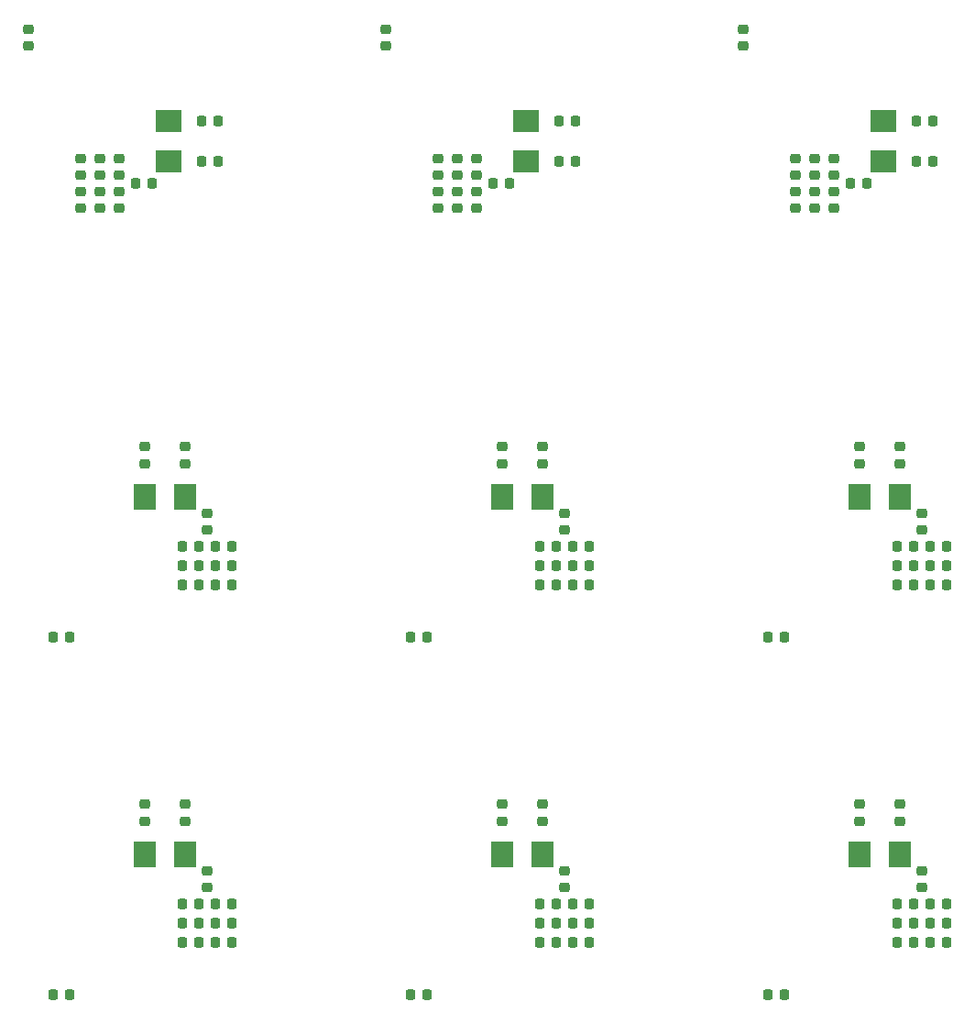
<source format=gbr>
%TF.GenerationSoftware,KiCad,Pcbnew,7.0.8*%
%TF.CreationDate,2024-03-04T23:40:14+01:00*%
%TF.ProjectId,scalenie,7363616c-656e-4696-952e-6b696361645f,rev?*%
%TF.SameCoordinates,Original*%
%TF.FileFunction,Paste,Bot*%
%TF.FilePolarity,Positive*%
%FSLAX46Y46*%
G04 Gerber Fmt 4.6, Leading zero omitted, Abs format (unit mm)*
G04 Created by KiCad (PCBNEW 7.0.8) date 2024-03-04 23:40:14*
%MOMM*%
%LPD*%
G01*
G04 APERTURE LIST*
G04 Aperture macros list*
%AMRoundRect*
0 Rectangle with rounded corners*
0 $1 Rounding radius*
0 $2 $3 $4 $5 $6 $7 $8 $9 X,Y pos of 4 corners*
0 Add a 4 corners polygon primitive as box body*
4,1,4,$2,$3,$4,$5,$6,$7,$8,$9,$2,$3,0*
0 Add four circle primitives for the rounded corners*
1,1,$1+$1,$2,$3*
1,1,$1+$1,$4,$5*
1,1,$1+$1,$6,$7*
1,1,$1+$1,$8,$9*
0 Add four rect primitives between the rounded corners*
20,1,$1+$1,$2,$3,$4,$5,0*
20,1,$1+$1,$4,$5,$6,$7,0*
20,1,$1+$1,$6,$7,$8,$9,0*
20,1,$1+$1,$8,$9,$2,$3,0*%
G04 Aperture macros list end*
%ADD10RoundRect,0.225000X0.225000X0.250000X-0.225000X0.250000X-0.225000X-0.250000X0.225000X-0.250000X0*%
%ADD11RoundRect,0.225000X-0.225000X-0.250000X0.225000X-0.250000X0.225000X0.250000X-0.225000X0.250000X0*%
%ADD12RoundRect,0.225000X0.250000X-0.225000X0.250000X0.225000X-0.250000X0.225000X-0.250000X-0.225000X0*%
%ADD13RoundRect,0.225000X-0.250000X0.225000X-0.250000X-0.225000X0.250000X-0.225000X0.250000X0.225000X0*%
%ADD14R,2.000000X2.400000*%
%ADD15R,2.400000X2.000000*%
G04 APERTURE END LIST*
D10*
%TO.C,C15*%
X152680000Y-164338000D03*
X151130000Y-164338000D03*
%TD*%
D11*
%TO.C,C7*%
X148095000Y-162560000D03*
X149645000Y-162560000D03*
%TD*%
%TO.C,C12*%
X148095000Y-164338000D03*
X149645000Y-164338000D03*
%TD*%
%TO.C,C3*%
X148082000Y-160782000D03*
X149632000Y-160782000D03*
%TD*%
D10*
%TO.C,C13*%
X152680000Y-160782000D03*
X151130000Y-160782000D03*
%TD*%
%TO.C,C14*%
X152680000Y-162560000D03*
X151130000Y-162560000D03*
%TD*%
D12*
%TO.C,C11*%
X148336000Y-153162000D03*
X148336000Y-151612000D03*
%TD*%
%TO.C,C10*%
X144627600Y-153162000D03*
X144627600Y-151612000D03*
%TD*%
D10*
%TO.C,C1*%
X137681000Y-169164000D03*
X136131000Y-169164000D03*
%TD*%
D13*
%TO.C,C16*%
X150368000Y-157734000D03*
X150368000Y-159284000D03*
%TD*%
D14*
%TO.C,Y1*%
X144636000Y-156210000D03*
X148336000Y-156210000D03*
%TD*%
D10*
%TO.C,C15*%
X119660000Y-164338000D03*
X118110000Y-164338000D03*
%TD*%
D11*
%TO.C,C7*%
X115075000Y-162560000D03*
X116625000Y-162560000D03*
%TD*%
%TO.C,C12*%
X115075000Y-164338000D03*
X116625000Y-164338000D03*
%TD*%
%TO.C,C3*%
X115062000Y-160782000D03*
X116612000Y-160782000D03*
%TD*%
D10*
%TO.C,C13*%
X119660000Y-160782000D03*
X118110000Y-160782000D03*
%TD*%
%TO.C,C14*%
X119660000Y-162560000D03*
X118110000Y-162560000D03*
%TD*%
D12*
%TO.C,C11*%
X115316000Y-153162000D03*
X115316000Y-151612000D03*
%TD*%
%TO.C,C10*%
X111607600Y-153162000D03*
X111607600Y-151612000D03*
%TD*%
D10*
%TO.C,C1*%
X104661000Y-169164000D03*
X103111000Y-169164000D03*
%TD*%
D13*
%TO.C,C16*%
X117348000Y-157734000D03*
X117348000Y-159284000D03*
%TD*%
D14*
%TO.C,Y1*%
X111616000Y-156210000D03*
X115316000Y-156210000D03*
%TD*%
D10*
%TO.C,C15*%
X86640000Y-164338000D03*
X85090000Y-164338000D03*
%TD*%
D11*
%TO.C,C7*%
X82055000Y-162560000D03*
X83605000Y-162560000D03*
%TD*%
%TO.C,C12*%
X82055000Y-164338000D03*
X83605000Y-164338000D03*
%TD*%
%TO.C,C3*%
X82042000Y-160782000D03*
X83592000Y-160782000D03*
%TD*%
D10*
%TO.C,C13*%
X86640000Y-160782000D03*
X85090000Y-160782000D03*
%TD*%
%TO.C,C14*%
X86640000Y-162560000D03*
X85090000Y-162560000D03*
%TD*%
D12*
%TO.C,C11*%
X82296000Y-153162000D03*
X82296000Y-151612000D03*
%TD*%
%TO.C,C10*%
X78587600Y-153162000D03*
X78587600Y-151612000D03*
%TD*%
D10*
%TO.C,C1*%
X71641000Y-169164000D03*
X70091000Y-169164000D03*
%TD*%
D13*
%TO.C,C16*%
X84328000Y-157734000D03*
X84328000Y-159284000D03*
%TD*%
D14*
%TO.C,Y1*%
X78596000Y-156210000D03*
X82296000Y-156210000D03*
%TD*%
D10*
%TO.C,C15*%
X152680000Y-131318000D03*
X151130000Y-131318000D03*
%TD*%
D11*
%TO.C,C7*%
X148095000Y-129540000D03*
X149645000Y-129540000D03*
%TD*%
%TO.C,C12*%
X148095000Y-131318000D03*
X149645000Y-131318000D03*
%TD*%
%TO.C,C3*%
X148082000Y-127762000D03*
X149632000Y-127762000D03*
%TD*%
D10*
%TO.C,C13*%
X152680000Y-127762000D03*
X151130000Y-127762000D03*
%TD*%
%TO.C,C14*%
X152680000Y-129540000D03*
X151130000Y-129540000D03*
%TD*%
D12*
%TO.C,C11*%
X148336000Y-120142000D03*
X148336000Y-118592000D03*
%TD*%
%TO.C,C10*%
X144627600Y-120142000D03*
X144627600Y-118592000D03*
%TD*%
D10*
%TO.C,C1*%
X137681000Y-136144000D03*
X136131000Y-136144000D03*
%TD*%
D13*
%TO.C,C16*%
X150368000Y-124714000D03*
X150368000Y-126264000D03*
%TD*%
D14*
%TO.C,Y1*%
X144636000Y-123190000D03*
X148336000Y-123190000D03*
%TD*%
D10*
%TO.C,C15*%
X119660000Y-131318000D03*
X118110000Y-131318000D03*
%TD*%
D11*
%TO.C,C7*%
X115075000Y-129540000D03*
X116625000Y-129540000D03*
%TD*%
%TO.C,C12*%
X115075000Y-131318000D03*
X116625000Y-131318000D03*
%TD*%
%TO.C,C3*%
X115062000Y-127762000D03*
X116612000Y-127762000D03*
%TD*%
D10*
%TO.C,C13*%
X119660000Y-127762000D03*
X118110000Y-127762000D03*
%TD*%
%TO.C,C14*%
X119660000Y-129540000D03*
X118110000Y-129540000D03*
%TD*%
D12*
%TO.C,C11*%
X115316000Y-120142000D03*
X115316000Y-118592000D03*
%TD*%
%TO.C,C10*%
X111607600Y-120142000D03*
X111607600Y-118592000D03*
%TD*%
D10*
%TO.C,C1*%
X104661000Y-136144000D03*
X103111000Y-136144000D03*
%TD*%
D13*
%TO.C,C16*%
X117348000Y-124714000D03*
X117348000Y-126264000D03*
%TD*%
D14*
%TO.C,Y1*%
X111616000Y-123190000D03*
X115316000Y-123190000D03*
%TD*%
D10*
%TO.C,C15*%
X86640000Y-131318000D03*
X85090000Y-131318000D03*
%TD*%
D11*
%TO.C,C7*%
X82055000Y-129540000D03*
X83605000Y-129540000D03*
%TD*%
%TO.C,C12*%
X82055000Y-131318000D03*
X83605000Y-131318000D03*
%TD*%
%TO.C,C3*%
X82042000Y-127762000D03*
X83592000Y-127762000D03*
%TD*%
D10*
%TO.C,C13*%
X86640000Y-127762000D03*
X85090000Y-127762000D03*
%TD*%
%TO.C,C14*%
X86640000Y-129540000D03*
X85090000Y-129540000D03*
%TD*%
D12*
%TO.C,C11*%
X82296000Y-120142000D03*
X82296000Y-118592000D03*
%TD*%
%TO.C,C10*%
X78587600Y-120142000D03*
X78587600Y-118592000D03*
%TD*%
D10*
%TO.C,C1*%
X71641000Y-136144000D03*
X70091000Y-136144000D03*
%TD*%
D13*
%TO.C,C16*%
X84328000Y-124714000D03*
X84328000Y-126264000D03*
%TD*%
D14*
%TO.C,Y1*%
X78596000Y-123190000D03*
X82296000Y-123190000D03*
%TD*%
D12*
%TO.C,C15*%
X138684000Y-96546000D03*
X138684000Y-94996000D03*
%TD*%
D13*
%TO.C,C7*%
X140462000Y-91961000D03*
X140462000Y-93511000D03*
%TD*%
%TO.C,C12*%
X138684000Y-91961000D03*
X138684000Y-93511000D03*
%TD*%
%TO.C,C3*%
X142240000Y-91948000D03*
X142240000Y-93498000D03*
%TD*%
D12*
%TO.C,C13*%
X142240000Y-96546000D03*
X142240000Y-94996000D03*
%TD*%
%TO.C,C14*%
X140462000Y-96546000D03*
X140462000Y-94996000D03*
%TD*%
D11*
%TO.C,C11*%
X149860000Y-92202000D03*
X151410000Y-92202000D03*
%TD*%
%TO.C,C10*%
X149860000Y-88493600D03*
X151410000Y-88493600D03*
%TD*%
D12*
%TO.C,C1*%
X133858000Y-81547000D03*
X133858000Y-79997000D03*
%TD*%
D10*
%TO.C,C16*%
X145288000Y-94234000D03*
X143738000Y-94234000D03*
%TD*%
D15*
%TO.C,Y1*%
X146812000Y-88502000D03*
X146812000Y-92202000D03*
%TD*%
D12*
%TO.C,C15*%
X105664000Y-96546000D03*
X105664000Y-94996000D03*
%TD*%
D13*
%TO.C,C7*%
X107442000Y-91961000D03*
X107442000Y-93511000D03*
%TD*%
%TO.C,C12*%
X105664000Y-91961000D03*
X105664000Y-93511000D03*
%TD*%
%TO.C,C3*%
X109220000Y-91948000D03*
X109220000Y-93498000D03*
%TD*%
D12*
%TO.C,C13*%
X109220000Y-96546000D03*
X109220000Y-94996000D03*
%TD*%
%TO.C,C14*%
X107442000Y-96546000D03*
X107442000Y-94996000D03*
%TD*%
D11*
%TO.C,C11*%
X116840000Y-92202000D03*
X118390000Y-92202000D03*
%TD*%
%TO.C,C10*%
X116840000Y-88493600D03*
X118390000Y-88493600D03*
%TD*%
D12*
%TO.C,C1*%
X100838000Y-81547000D03*
X100838000Y-79997000D03*
%TD*%
D10*
%TO.C,C16*%
X112268000Y-94234000D03*
X110718000Y-94234000D03*
%TD*%
D15*
%TO.C,Y1*%
X113792000Y-88502000D03*
X113792000Y-92202000D03*
%TD*%
D12*
%TO.C,C14*%
X74422000Y-96546000D03*
X74422000Y-94996000D03*
%TD*%
%TO.C,C13*%
X76200000Y-96546000D03*
X76200000Y-94996000D03*
%TD*%
D13*
%TO.C,C3*%
X76200000Y-91948000D03*
X76200000Y-93498000D03*
%TD*%
%TO.C,C12*%
X72644000Y-91961000D03*
X72644000Y-93511000D03*
%TD*%
%TO.C,C7*%
X74422000Y-91961000D03*
X74422000Y-93511000D03*
%TD*%
D12*
%TO.C,C15*%
X72644000Y-96546000D03*
X72644000Y-94996000D03*
%TD*%
D10*
%TO.C,C16*%
X79248000Y-94234000D03*
X77698000Y-94234000D03*
%TD*%
D11*
%TO.C,C10*%
X83820000Y-88493600D03*
X85370000Y-88493600D03*
%TD*%
D12*
%TO.C,C1*%
X67818000Y-81547000D03*
X67818000Y-79997000D03*
%TD*%
D11*
%TO.C,C11*%
X83820000Y-92202000D03*
X85370000Y-92202000D03*
%TD*%
D15*
%TO.C,Y1*%
X80772000Y-88502000D03*
X80772000Y-92202000D03*
%TD*%
M02*

</source>
